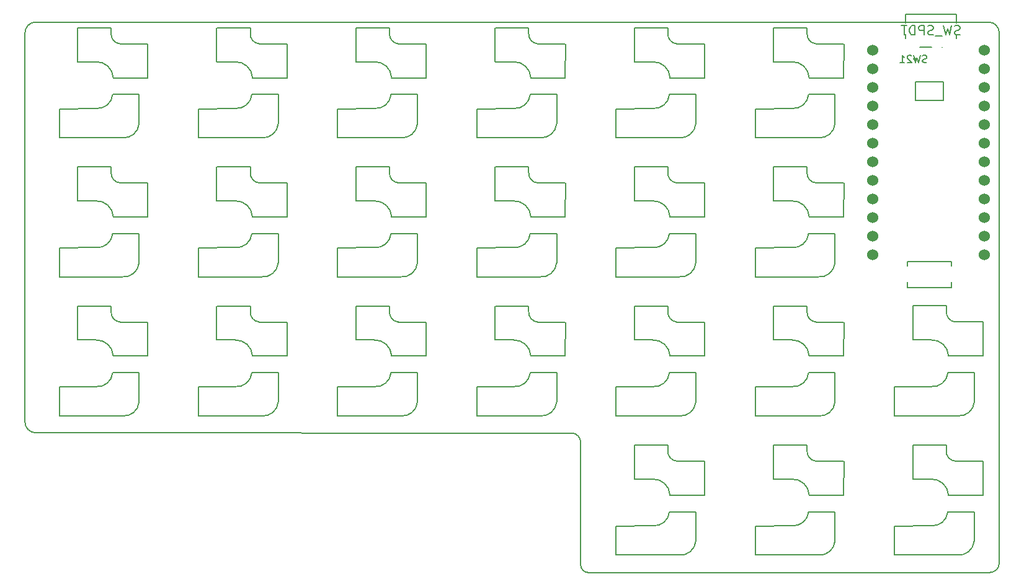
<source format=gbr>
G04 #@! TF.GenerationSoftware,KiCad,Pcbnew,(5.99.0-6672-g81c853438)*
G04 #@! TF.CreationDate,2020-11-14T00:53:03+00:00*
G04 #@! TF.ProjectId,helix,68656c69-782e-46b6-9963-61645f706362,rev?*
G04 #@! TF.SameCoordinates,Original*
G04 #@! TF.FileFunction,Legend,Bot*
G04 #@! TF.FilePolarity,Positive*
%FSLAX46Y46*%
G04 Gerber Fmt 4.6, Leading zero omitted, Abs format (unit mm)*
G04 Created by KiCad (PCBNEW (5.99.0-6672-g81c853438)) date 2020-11-14 00:53:03*
%MOMM*%
%LPD*%
G01*
G04 APERTURE LIST*
G04 #@! TA.AperFunction,Profile*
%ADD10C,0.150000*%
G04 #@! TD*
%ADD11C,0.150000*%
%ADD12C,0.250000*%
%ADD13C,1.524000*%
G04 APERTURE END LIST*
D10*
X222500000Y-112072000D02*
X222500000Y-39700000D01*
X89500000Y-92768000D02*
G75*
G03*
X91000000Y-94268000I1500000J0D01*
G01*
X91000000Y-94268000D02*
X164096000Y-94292000D01*
X164096000Y-94292000D02*
G75*
G02*
X165366000Y-95562000I0J-1270000D01*
G01*
X222500000Y-39700000D02*
G75*
G03*
X221039340Y-38158000I-1460660J79195D01*
G01*
X165366000Y-95562000D02*
X165366000Y-112326000D01*
X89500000Y-39658000D02*
X89500000Y-92768000D01*
X91000000Y-38158000D02*
G75*
G03*
X89500000Y-39658000I0J-1500000D01*
G01*
X166382000Y-113342000D02*
G75*
G02*
X165366000Y-112326000I0J1016000D01*
G01*
X222500000Y-112072000D02*
G75*
G02*
X221230000Y-113342000I-1270000J0D01*
G01*
X221039340Y-38158000D02*
X91000000Y-38158000D01*
X166382000Y-113342000D02*
X221230000Y-113342000D01*
D11*
X212607023Y-43654761D02*
X212464166Y-43702380D01*
X212226071Y-43702380D01*
X212130833Y-43654761D01*
X212083214Y-43607142D01*
X212035595Y-43511904D01*
X212035595Y-43416666D01*
X212083214Y-43321428D01*
X212130833Y-43273809D01*
X212226071Y-43226190D01*
X212416547Y-43178571D01*
X212511785Y-43130952D01*
X212559404Y-43083333D01*
X212607023Y-42988095D01*
X212607023Y-42892857D01*
X212559404Y-42797619D01*
X212511785Y-42750000D01*
X212416547Y-42702380D01*
X212178452Y-42702380D01*
X212035595Y-42750000D01*
X211702261Y-42702380D02*
X211464166Y-43702380D01*
X211273690Y-42988095D01*
X211083214Y-43702380D01*
X210845119Y-42702380D01*
X210511785Y-42797619D02*
X210464166Y-42750000D01*
X210368928Y-42702380D01*
X210130833Y-42702380D01*
X210035595Y-42750000D01*
X209987976Y-42797619D01*
X209940357Y-42892857D01*
X209940357Y-42988095D01*
X209987976Y-43130952D01*
X210559404Y-43702380D01*
X209940357Y-43702380D01*
X208987976Y-43702380D02*
X209559404Y-43702380D01*
X209273690Y-43702380D02*
X209273690Y-42702380D01*
X209368928Y-42845238D01*
X209464166Y-42940476D01*
X209559404Y-42988095D01*
X217130952Y-39864047D02*
X216949523Y-39924523D01*
X216647142Y-39924523D01*
X216526190Y-39864047D01*
X216465714Y-39803571D01*
X216405238Y-39682619D01*
X216405238Y-39561666D01*
X216465714Y-39440714D01*
X216526190Y-39380238D01*
X216647142Y-39319761D01*
X216889047Y-39259285D01*
X217010000Y-39198809D01*
X217070476Y-39138333D01*
X217130952Y-39017380D01*
X217130952Y-38896428D01*
X217070476Y-38775476D01*
X217010000Y-38715000D01*
X216889047Y-38654523D01*
X216586666Y-38654523D01*
X216405238Y-38715000D01*
X215981904Y-38654523D02*
X215679523Y-39924523D01*
X215437619Y-39017380D01*
X215195714Y-39924523D01*
X214893333Y-38654523D01*
X214711904Y-40045476D02*
X213744285Y-40045476D01*
X213502380Y-39864047D02*
X213320952Y-39924523D01*
X213018571Y-39924523D01*
X212897619Y-39864047D01*
X212837142Y-39803571D01*
X212776666Y-39682619D01*
X212776666Y-39561666D01*
X212837142Y-39440714D01*
X212897619Y-39380238D01*
X213018571Y-39319761D01*
X213260476Y-39259285D01*
X213381428Y-39198809D01*
X213441904Y-39138333D01*
X213502380Y-39017380D01*
X213502380Y-38896428D01*
X213441904Y-38775476D01*
X213381428Y-38715000D01*
X213260476Y-38654523D01*
X212958095Y-38654523D01*
X212776666Y-38715000D01*
X212232380Y-39924523D02*
X212232380Y-38654523D01*
X211748571Y-38654523D01*
X211627619Y-38715000D01*
X211567142Y-38775476D01*
X211506666Y-38896428D01*
X211506666Y-39077857D01*
X211567142Y-39198809D01*
X211627619Y-39259285D01*
X211748571Y-39319761D01*
X212232380Y-39319761D01*
X210962380Y-39924523D02*
X210962380Y-38654523D01*
X210660000Y-38654523D01*
X210478571Y-38715000D01*
X210357619Y-38835952D01*
X210297142Y-38956904D01*
X210236666Y-39198809D01*
X210236666Y-39380238D01*
X210297142Y-39622142D01*
X210357619Y-39743095D01*
X210478571Y-39864047D01*
X210660000Y-39924523D01*
X210962380Y-39924523D01*
X209873809Y-38654523D02*
X209148095Y-38654523D01*
X209510952Y-39924523D02*
X209510952Y-38654523D01*
X209950000Y-70900000D02*
X215950000Y-70900000D01*
X209950000Y-74400000D02*
X209950000Y-73700000D01*
X209950000Y-70900000D02*
X209950000Y-71500000D01*
X215950000Y-70900000D02*
X215950000Y-71500000D01*
X215950000Y-74400000D02*
X215950000Y-73700000D01*
X215950000Y-74400000D02*
X209950000Y-74400000D01*
X215950000Y-74400000D02*
X210050000Y-74400000D01*
X105085000Y-48054000D02*
X101475000Y-48054000D01*
X102485000Y-41133000D02*
X106260000Y-41133000D01*
X94185000Y-53962000D02*
X102810000Y-53962000D01*
X106260000Y-45758000D02*
X106284999Y-41158000D01*
X96685000Y-43558001D02*
X96685000Y-38958000D01*
X105085000Y-52008000D02*
X105085000Y-48063000D01*
X94185000Y-50054000D02*
X94185000Y-53962000D01*
X96710000Y-43583000D02*
X99260000Y-43583000D01*
X101265000Y-39658000D02*
X101265000Y-38958000D01*
X101560000Y-45783000D02*
X106260000Y-45783000D01*
X94185000Y-50008000D02*
X99235000Y-49962000D01*
X96710000Y-38933000D02*
X101260000Y-38933000D01*
X101265000Y-39708000D02*
G75*
G03*
X102485000Y-41128000I1320000J-100000D01*
G01*
X105074000Y-52078000D02*
G75*
G02*
X102810000Y-53962000I-2074000J190000D01*
G01*
X101469999Y-48078001D02*
G75*
G02*
X99210000Y-49958000I-2069999J190000D01*
G01*
X101555000Y-45758000D02*
G75*
G03*
X99185000Y-43588000I-2270000J-100000D01*
G01*
X115685000Y-43558001D02*
X115685000Y-38958000D01*
X121485000Y-41133000D02*
X125260000Y-41133000D01*
X120560000Y-45783000D02*
X125260000Y-45783000D01*
X113185000Y-53962000D02*
X121810000Y-53962000D01*
X113185000Y-50054000D02*
X113185000Y-53962000D01*
X113185000Y-50008000D02*
X118235000Y-49962000D01*
X125260000Y-45758000D02*
X125284999Y-41158000D01*
X120265000Y-39658000D02*
X120265000Y-38958000D01*
X124085000Y-52008000D02*
X124085000Y-48063000D01*
X124085000Y-48054000D02*
X120475000Y-48054000D01*
X115710000Y-43583000D02*
X118260000Y-43583000D01*
X115710000Y-38933000D02*
X120260000Y-38933000D01*
X120469999Y-48078001D02*
G75*
G02*
X118210000Y-49958000I-2069999J190000D01*
G01*
X120265000Y-39708000D02*
G75*
G03*
X121485000Y-41128000I1320000J-100000D01*
G01*
X124074000Y-52078000D02*
G75*
G02*
X121810000Y-53962000I-2074000J190000D01*
G01*
X120555000Y-45758000D02*
G75*
G03*
X118185000Y-43588000I-2270000J-100000D01*
G01*
X132185000Y-50008000D02*
X137235000Y-49962000D01*
X143085000Y-52008000D02*
X143085000Y-48063000D01*
X134685000Y-43558001D02*
X134685000Y-38958000D01*
X134710000Y-38933000D02*
X139260000Y-38933000D01*
X139560000Y-45783000D02*
X144260000Y-45783000D01*
X139265000Y-39658000D02*
X139265000Y-38958000D01*
X132185000Y-53962000D02*
X140810000Y-53962000D01*
X140485000Y-41133000D02*
X144260000Y-41133000D01*
X132185000Y-50054000D02*
X132185000Y-53962000D01*
X144260000Y-45758000D02*
X144284999Y-41158000D01*
X134710000Y-43583000D02*
X137260000Y-43583000D01*
X143085000Y-48054000D02*
X139475000Y-48054000D01*
X139555000Y-45758000D02*
G75*
G03*
X137185000Y-43588000I-2270000J-100000D01*
G01*
X139469999Y-48078001D02*
G75*
G02*
X137210000Y-49958000I-2069999J190000D01*
G01*
X139265000Y-39708000D02*
G75*
G03*
X140485000Y-41128000I1320000J-100000D01*
G01*
X143074000Y-52078000D02*
G75*
G02*
X140810000Y-53962000I-2074000J190000D01*
G01*
X158265000Y-39658000D02*
X158265000Y-38958000D01*
X153710000Y-38933000D02*
X158260000Y-38933000D01*
X151185000Y-53962000D02*
X159810000Y-53962000D01*
X158560000Y-45783000D02*
X163260000Y-45783000D01*
X159485000Y-41133000D02*
X163260000Y-41133000D01*
X162085000Y-52008000D02*
X162085000Y-48063000D01*
X162085000Y-48054000D02*
X158475000Y-48054000D01*
X153710000Y-43583000D02*
X156260000Y-43583000D01*
X151185000Y-50008000D02*
X156235000Y-49962000D01*
X153685000Y-43558001D02*
X153685000Y-38958000D01*
X163260000Y-45758000D02*
X163284999Y-41158000D01*
X151185000Y-50054000D02*
X151185000Y-53962000D01*
X158555000Y-45758000D02*
G75*
G03*
X156185000Y-43588000I-2270000J-100000D01*
G01*
X158265000Y-39708000D02*
G75*
G03*
X159485000Y-41128000I1320000J-100000D01*
G01*
X162074000Y-52078000D02*
G75*
G02*
X159810000Y-53962000I-2074000J190000D01*
G01*
X158469999Y-48078001D02*
G75*
G02*
X156210000Y-49958000I-2069999J190000D01*
G01*
X172685000Y-43558001D02*
X172685000Y-38958000D01*
X177560000Y-45783000D02*
X182260000Y-45783000D01*
X181085000Y-52008000D02*
X181085000Y-48063000D01*
X170185000Y-53962000D02*
X178810000Y-53962000D01*
X172710000Y-38933000D02*
X177260000Y-38933000D01*
X172710000Y-43583000D02*
X175260000Y-43583000D01*
X178485000Y-41133000D02*
X182260000Y-41133000D01*
X170185000Y-50054000D02*
X170185000Y-53962000D01*
X181085000Y-48054000D02*
X177475000Y-48054000D01*
X170185000Y-50008000D02*
X175235000Y-49962000D01*
X177265000Y-39658000D02*
X177265000Y-38958000D01*
X182260000Y-45758000D02*
X182284999Y-41158000D01*
X181074000Y-52078000D02*
G75*
G02*
X178810000Y-53962000I-2074000J190000D01*
G01*
X177469999Y-48078001D02*
G75*
G02*
X175210000Y-49958000I-2069999J190000D01*
G01*
X177265000Y-39708000D02*
G75*
G03*
X178485000Y-41128000I1320000J-100000D01*
G01*
X177555000Y-45758000D02*
G75*
G03*
X175185000Y-43588000I-2270000J-100000D01*
G01*
X191685000Y-43558001D02*
X191685000Y-38958000D01*
X201260000Y-45758000D02*
X201284999Y-41158000D01*
X189185000Y-50054000D02*
X189185000Y-53962000D01*
X191710000Y-38933000D02*
X196260000Y-38933000D01*
X200085000Y-52008000D02*
X200085000Y-48063000D01*
X196560000Y-45783000D02*
X201260000Y-45783000D01*
X189185000Y-50008000D02*
X194235000Y-49962000D01*
X200085000Y-48054000D02*
X196475000Y-48054000D01*
X196265000Y-39658000D02*
X196265000Y-38958000D01*
X197485000Y-41133000D02*
X201260000Y-41133000D01*
X191710000Y-43583000D02*
X194260000Y-43583000D01*
X189185000Y-53962000D02*
X197810000Y-53962000D01*
X200074000Y-52078000D02*
G75*
G02*
X197810000Y-53962000I-2074000J190000D01*
G01*
X196555000Y-45758000D02*
G75*
G03*
X194185000Y-43588000I-2270000J-100000D01*
G01*
X196469999Y-48078001D02*
G75*
G02*
X194210000Y-49958000I-2069999J190000D01*
G01*
X196265000Y-39708000D02*
G75*
G03*
X197485000Y-41128000I1320000J-100000D01*
G01*
X96685000Y-62558001D02*
X96685000Y-57958000D01*
X102485000Y-60133000D02*
X106260000Y-60133000D01*
X101560000Y-64783000D02*
X106260000Y-64783000D01*
X94185000Y-72962000D02*
X102810000Y-72962000D01*
X105085000Y-71008000D02*
X105085000Y-67063000D01*
X105085000Y-67054000D02*
X101475000Y-67054000D01*
X101265000Y-58658000D02*
X101265000Y-57958000D01*
X94185000Y-69008000D02*
X99235000Y-68962000D01*
X106260000Y-64758000D02*
X106284999Y-60158000D01*
X94185000Y-69054000D02*
X94185000Y-72962000D01*
X96710000Y-57933000D02*
X101260000Y-57933000D01*
X96710000Y-62583000D02*
X99260000Y-62583000D01*
X101555000Y-64758000D02*
G75*
G03*
X99185000Y-62588000I-2270000J-100000D01*
G01*
X101469999Y-67078001D02*
G75*
G02*
X99210000Y-68958000I-2069999J190000D01*
G01*
X101265000Y-58708000D02*
G75*
G03*
X102485000Y-60128000I1320000J-100000D01*
G01*
X105074000Y-71078000D02*
G75*
G02*
X102810000Y-72962000I-2074000J190000D01*
G01*
X113185000Y-69054000D02*
X113185000Y-72962000D01*
X120265000Y-58658000D02*
X120265000Y-57958000D01*
X120560000Y-64783000D02*
X125260000Y-64783000D01*
X115710000Y-62583000D02*
X118260000Y-62583000D01*
X113185000Y-72962000D02*
X121810000Y-72962000D01*
X125260000Y-64758000D02*
X125284999Y-60158000D01*
X121485000Y-60133000D02*
X125260000Y-60133000D01*
X115710000Y-57933000D02*
X120260000Y-57933000D01*
X124085000Y-71008000D02*
X124085000Y-67063000D01*
X124085000Y-67054000D02*
X120475000Y-67054000D01*
X115685000Y-62558001D02*
X115685000Y-57958000D01*
X113185000Y-69008000D02*
X118235000Y-68962000D01*
X120469999Y-67078001D02*
G75*
G02*
X118210000Y-68958000I-2069999J190000D01*
G01*
X120265000Y-58708000D02*
G75*
G03*
X121485000Y-60128000I1320000J-100000D01*
G01*
X120555000Y-64758000D02*
G75*
G03*
X118185000Y-62588000I-2270000J-100000D01*
G01*
X124074000Y-71078000D02*
G75*
G02*
X121810000Y-72962000I-2074000J190000D01*
G01*
X134710000Y-62583000D02*
X137260000Y-62583000D01*
X132185000Y-72962000D02*
X140810000Y-72962000D01*
X139265000Y-58658000D02*
X139265000Y-57958000D01*
X143085000Y-67054000D02*
X139475000Y-67054000D01*
X139560000Y-64783000D02*
X144260000Y-64783000D01*
X134685000Y-62558001D02*
X134685000Y-57958000D01*
X134710000Y-57933000D02*
X139260000Y-57933000D01*
X143085000Y-71008000D02*
X143085000Y-67063000D01*
X140485000Y-60133000D02*
X144260000Y-60133000D01*
X132185000Y-69008000D02*
X137235000Y-68962000D01*
X132185000Y-69054000D02*
X132185000Y-72962000D01*
X144260000Y-64758000D02*
X144284999Y-60158000D01*
X139555000Y-64758000D02*
G75*
G03*
X137185000Y-62588000I-2270000J-100000D01*
G01*
X139265000Y-58708000D02*
G75*
G03*
X140485000Y-60128000I1320000J-100000D01*
G01*
X143074000Y-71078000D02*
G75*
G02*
X140810000Y-72962000I-2074000J190000D01*
G01*
X139469999Y-67078001D02*
G75*
G02*
X137210000Y-68958000I-2069999J190000D01*
G01*
X162085000Y-71008000D02*
X162085000Y-67063000D01*
X151185000Y-72962000D02*
X159810000Y-72962000D01*
X151185000Y-69054000D02*
X151185000Y-72962000D01*
X153710000Y-57933000D02*
X158260000Y-57933000D01*
X163260000Y-64758000D02*
X163284999Y-60158000D01*
X158560000Y-64783000D02*
X163260000Y-64783000D01*
X162085000Y-67054000D02*
X158475000Y-67054000D01*
X153685000Y-62558001D02*
X153685000Y-57958000D01*
X158265000Y-58658000D02*
X158265000Y-57958000D01*
X159485000Y-60133000D02*
X163260000Y-60133000D01*
X151185000Y-69008000D02*
X156235000Y-68962000D01*
X153710000Y-62583000D02*
X156260000Y-62583000D01*
X158555000Y-64758000D02*
G75*
G03*
X156185000Y-62588000I-2270000J-100000D01*
G01*
X158469999Y-67078001D02*
G75*
G02*
X156210000Y-68958000I-2069999J190000D01*
G01*
X158265000Y-58708000D02*
G75*
G03*
X159485000Y-60128000I1320000J-100000D01*
G01*
X162074000Y-71078000D02*
G75*
G02*
X159810000Y-72962000I-2074000J190000D01*
G01*
X177560000Y-64783000D02*
X182260000Y-64783000D01*
X172685000Y-62558001D02*
X172685000Y-57958000D01*
X177265000Y-58658000D02*
X177265000Y-57958000D01*
X170185000Y-69054000D02*
X170185000Y-72962000D01*
X172710000Y-62583000D02*
X175260000Y-62583000D01*
X170185000Y-72962000D02*
X178810000Y-72962000D01*
X170185000Y-69008000D02*
X175235000Y-68962000D01*
X181085000Y-67054000D02*
X177475000Y-67054000D01*
X182260000Y-64758000D02*
X182284999Y-60158000D01*
X178485000Y-60133000D02*
X182260000Y-60133000D01*
X181085000Y-71008000D02*
X181085000Y-67063000D01*
X172710000Y-57933000D02*
X177260000Y-57933000D01*
X177555000Y-64758000D02*
G75*
G03*
X175185000Y-62588000I-2270000J-100000D01*
G01*
X177469999Y-67078001D02*
G75*
G02*
X175210000Y-68958000I-2069999J190000D01*
G01*
X181074000Y-71078000D02*
G75*
G02*
X178810000Y-72962000I-2074000J190000D01*
G01*
X177265000Y-58708000D02*
G75*
G03*
X178485000Y-60128000I1320000J-100000D01*
G01*
X189185000Y-72962000D02*
X197810000Y-72962000D01*
X197485000Y-60133000D02*
X201260000Y-60133000D01*
X200085000Y-71008000D02*
X200085000Y-67063000D01*
X196560000Y-64783000D02*
X201260000Y-64783000D01*
X189185000Y-69008000D02*
X194235000Y-68962000D01*
X191685000Y-62558001D02*
X191685000Y-57958000D01*
X200085000Y-67054000D02*
X196475000Y-67054000D01*
X196265000Y-58658000D02*
X196265000Y-57958000D01*
X189185000Y-69054000D02*
X189185000Y-72962000D01*
X191710000Y-62583000D02*
X194260000Y-62583000D01*
X191710000Y-57933000D02*
X196260000Y-57933000D01*
X201260000Y-64758000D02*
X201284999Y-60158000D01*
X196265000Y-58708000D02*
G75*
G03*
X197485000Y-60128000I1320000J-100000D01*
G01*
X200074000Y-71078000D02*
G75*
G02*
X197810000Y-72962000I-2074000J190000D01*
G01*
X196555000Y-64758000D02*
G75*
G03*
X194185000Y-62588000I-2270000J-100000D01*
G01*
X196469999Y-67078001D02*
G75*
G02*
X194210000Y-68958000I-2069999J190000D01*
G01*
X94185000Y-91962000D02*
X102810000Y-91962000D01*
X101265000Y-77658000D02*
X101265000Y-76958000D01*
X102485000Y-79133000D02*
X106260000Y-79133000D01*
X106260000Y-83758000D02*
X106284999Y-79158000D01*
X96710000Y-76933000D02*
X101260000Y-76933000D01*
X105085000Y-90008000D02*
X105085000Y-86063000D01*
X96710000Y-81583000D02*
X99260000Y-81583000D01*
X94185000Y-88008000D02*
X99235000Y-87962000D01*
X101560000Y-83783000D02*
X106260000Y-83783000D01*
X105085000Y-86054000D02*
X101475000Y-86054000D01*
X94185000Y-88054000D02*
X94185000Y-91962000D01*
X96685000Y-81558001D02*
X96685000Y-76958000D01*
X101469999Y-86078001D02*
G75*
G02*
X99210000Y-87958000I-2069999J190000D01*
G01*
X101265000Y-77708000D02*
G75*
G03*
X102485000Y-79128000I1320000J-100000D01*
G01*
X101555000Y-83758000D02*
G75*
G03*
X99185000Y-81588000I-2270000J-100000D01*
G01*
X105074000Y-90078000D02*
G75*
G02*
X102810000Y-91962000I-2074000J190000D01*
G01*
X115710000Y-81583000D02*
X118260000Y-81583000D01*
X115685000Y-81558001D02*
X115685000Y-76958000D01*
X121485000Y-79133000D02*
X125260000Y-79133000D01*
X120265000Y-77658000D02*
X120265000Y-76958000D01*
X120560000Y-83783000D02*
X125260000Y-83783000D01*
X113185000Y-91962000D02*
X121810000Y-91962000D01*
X115710000Y-76933000D02*
X120260000Y-76933000D01*
X124085000Y-90008000D02*
X124085000Y-86063000D01*
X113185000Y-88008000D02*
X118235000Y-87962000D01*
X125260000Y-83758000D02*
X125284999Y-79158000D01*
X124085000Y-86054000D02*
X120475000Y-86054000D01*
X113185000Y-88054000D02*
X113185000Y-91962000D01*
X120265000Y-77708000D02*
G75*
G03*
X121485000Y-79128000I1320000J-100000D01*
G01*
X120555000Y-83758000D02*
G75*
G03*
X118185000Y-81588000I-2270000J-100000D01*
G01*
X124074000Y-90078000D02*
G75*
G02*
X121810000Y-91962000I-2074000J190000D01*
G01*
X120469999Y-86078001D02*
G75*
G02*
X118210000Y-87958000I-2069999J190000D01*
G01*
X140485000Y-79133000D02*
X144260000Y-79133000D01*
X134685000Y-81558001D02*
X134685000Y-76958000D01*
X144260000Y-83758000D02*
X144284999Y-79158000D01*
X143085000Y-86054000D02*
X139475000Y-86054000D01*
X134710000Y-81583000D02*
X137260000Y-81583000D01*
X134710000Y-76933000D02*
X139260000Y-76933000D01*
X132185000Y-88008000D02*
X137235000Y-87962000D01*
X139265000Y-77658000D02*
X139265000Y-76958000D01*
X143085000Y-90008000D02*
X143085000Y-86063000D01*
X132185000Y-88054000D02*
X132185000Y-91962000D01*
X139560000Y-83783000D02*
X144260000Y-83783000D01*
X132185000Y-91962000D02*
X140810000Y-91962000D01*
X139555000Y-83758000D02*
G75*
G03*
X137185000Y-81588000I-2270000J-100000D01*
G01*
X139469999Y-86078001D02*
G75*
G02*
X137210000Y-87958000I-2069999J190000D01*
G01*
X143074000Y-90078000D02*
G75*
G02*
X140810000Y-91962000I-2074000J190000D01*
G01*
X139265000Y-77708000D02*
G75*
G03*
X140485000Y-79128000I1320000J-100000D01*
G01*
X162085000Y-90008000D02*
X162085000Y-86063000D01*
X158560000Y-83783000D02*
X163260000Y-83783000D01*
X153710000Y-76933000D02*
X158260000Y-76933000D01*
X153685000Y-81558001D02*
X153685000Y-76958000D01*
X158265000Y-77658000D02*
X158265000Y-76958000D01*
X153710000Y-81583000D02*
X156260000Y-81583000D01*
X151185000Y-88008000D02*
X156235000Y-87962000D01*
X151185000Y-88054000D02*
X151185000Y-91962000D01*
X162085000Y-86054000D02*
X158475000Y-86054000D01*
X159485000Y-79133000D02*
X163260000Y-79133000D01*
X163260000Y-83758000D02*
X163284999Y-79158000D01*
X151185000Y-91962000D02*
X159810000Y-91962000D01*
X162074000Y-90078000D02*
G75*
G02*
X159810000Y-91962000I-2074000J190000D01*
G01*
X158555000Y-83758000D02*
G75*
G03*
X156185000Y-81588000I-2270000J-100000D01*
G01*
X158265000Y-77708000D02*
G75*
G03*
X159485000Y-79128000I1320000J-100000D01*
G01*
X158469999Y-86078001D02*
G75*
G02*
X156210000Y-87958000I-2069999J190000D01*
G01*
X172710000Y-81583000D02*
X175260000Y-81583000D01*
X170185000Y-91962000D02*
X178810000Y-91962000D01*
X178485000Y-79133000D02*
X182260000Y-79133000D01*
X172685000Y-81558001D02*
X172685000Y-76958000D01*
X172710000Y-76933000D02*
X177260000Y-76933000D01*
X170185000Y-88008000D02*
X175235000Y-87962000D01*
X181085000Y-86054000D02*
X177475000Y-86054000D01*
X181085000Y-90008000D02*
X181085000Y-86063000D01*
X182260000Y-83758000D02*
X182284999Y-79158000D01*
X170185000Y-88054000D02*
X170185000Y-91962000D01*
X177560000Y-83783000D02*
X182260000Y-83783000D01*
X177265000Y-77658000D02*
X177265000Y-76958000D01*
X177265000Y-77708000D02*
G75*
G03*
X178485000Y-79128000I1320000J-100000D01*
G01*
X181074000Y-90078000D02*
G75*
G02*
X178810000Y-91962000I-2074000J190000D01*
G01*
X177555000Y-83758000D02*
G75*
G03*
X175185000Y-81588000I-2270000J-100000D01*
G01*
X177469999Y-86078001D02*
G75*
G02*
X175210000Y-87958000I-2069999J190000D01*
G01*
X191710000Y-76933000D02*
X196260000Y-76933000D01*
X197485000Y-79133000D02*
X201260000Y-79133000D01*
X189185000Y-88008000D02*
X194235000Y-87962000D01*
X200085000Y-90008000D02*
X200085000Y-86063000D01*
X191710000Y-81583000D02*
X194260000Y-81583000D01*
X200085000Y-86054000D02*
X196475000Y-86054000D01*
X201260000Y-83758000D02*
X201284999Y-79158000D01*
X191685000Y-81558001D02*
X191685000Y-76958000D01*
X189185000Y-91962000D02*
X197810000Y-91962000D01*
X196265000Y-77658000D02*
X196265000Y-76958000D01*
X196560000Y-83783000D02*
X201260000Y-83783000D01*
X189185000Y-88054000D02*
X189185000Y-91962000D01*
X196265000Y-77708000D02*
G75*
G03*
X197485000Y-79128000I1320000J-100000D01*
G01*
X200074000Y-90078000D02*
G75*
G02*
X197810000Y-91962000I-2074000J190000D01*
G01*
X196469999Y-86078001D02*
G75*
G02*
X194210000Y-87958000I-2069999J190000D01*
G01*
X196555000Y-83758000D02*
G75*
G03*
X194185000Y-81588000I-2270000J-100000D01*
G01*
X170185000Y-107008000D02*
X175235000Y-106962000D01*
X181085000Y-109008000D02*
X181085000Y-105063000D01*
X172685000Y-100558001D02*
X172685000Y-95958000D01*
X178485000Y-98133000D02*
X182260000Y-98133000D01*
X172710000Y-100583000D02*
X175260000Y-100583000D01*
X177265000Y-96658000D02*
X177265000Y-95958000D01*
X172710000Y-95933000D02*
X177260000Y-95933000D01*
X181085000Y-105054000D02*
X177475000Y-105054000D01*
X182260000Y-102758000D02*
X182284999Y-98158000D01*
X170185000Y-110962000D02*
X178810000Y-110962000D01*
X170185000Y-107054000D02*
X170185000Y-110962000D01*
X177560000Y-102783000D02*
X182260000Y-102783000D01*
X177555000Y-102758000D02*
G75*
G03*
X175185000Y-100588000I-2270000J-100000D01*
G01*
X177469999Y-105078001D02*
G75*
G02*
X175210000Y-106958000I-2069999J190000D01*
G01*
X177265000Y-96708000D02*
G75*
G03*
X178485000Y-98128000I1320000J-100000D01*
G01*
X181074000Y-109078000D02*
G75*
G02*
X178810000Y-110962000I-2074000J190000D01*
G01*
X191685000Y-100558001D02*
X191685000Y-95958000D01*
X200085000Y-105054000D02*
X196475000Y-105054000D01*
X197485000Y-98133000D02*
X201260000Y-98133000D01*
X189185000Y-107008000D02*
X194235000Y-106962000D01*
X189185000Y-110962000D02*
X197810000Y-110962000D01*
X201260000Y-102758000D02*
X201284999Y-98158000D01*
X200085000Y-109008000D02*
X200085000Y-105063000D01*
X196560000Y-102783000D02*
X201260000Y-102783000D01*
X191710000Y-100583000D02*
X194260000Y-100583000D01*
X196265000Y-96658000D02*
X196265000Y-95958000D01*
X191710000Y-95933000D02*
X196260000Y-95933000D01*
X189185000Y-107054000D02*
X189185000Y-110962000D01*
X196265000Y-96708000D02*
G75*
G03*
X197485000Y-98128000I1320000J-100000D01*
G01*
X196555000Y-102758000D02*
G75*
G03*
X194185000Y-100588000I-2270000J-100000D01*
G01*
X196469999Y-105078001D02*
G75*
G02*
X194210000Y-106958000I-2069999J190000D01*
G01*
X200074000Y-109078000D02*
G75*
G02*
X197810000Y-110962000I-2074000J190000D01*
G01*
X208185000Y-107054000D02*
X208185000Y-110962000D01*
X208185000Y-110962000D02*
X216810000Y-110962000D01*
X220260000Y-102758000D02*
X220284999Y-98158000D01*
X210685000Y-100558001D02*
X210685000Y-95958000D01*
X215560000Y-102783000D02*
X220260000Y-102783000D01*
X215265000Y-96658000D02*
X215265000Y-95958000D01*
X208185000Y-107008000D02*
X213235000Y-106962000D01*
X219085000Y-105054000D02*
X215475000Y-105054000D01*
X216485000Y-98133000D02*
X220260000Y-98133000D01*
X210710000Y-95933000D02*
X215260000Y-95933000D01*
X210710000Y-100583000D02*
X213260000Y-100583000D01*
X219085000Y-109008000D02*
X219085000Y-105063000D01*
X215265000Y-96708000D02*
G75*
G03*
X216485000Y-98128000I1320000J-100000D01*
G01*
X219074000Y-109078000D02*
G75*
G02*
X216810000Y-110962000I-2074000J190000D01*
G01*
X215555000Y-102758000D02*
G75*
G03*
X213185000Y-100588000I-2270000J-100000D01*
G01*
X215469999Y-105078001D02*
G75*
G02*
X213210000Y-106958000I-2069999J190000D01*
G01*
X214675000Y-41600000D02*
X214725000Y-41600000D01*
X209750000Y-37100000D02*
X209750000Y-38275000D01*
X216650000Y-39825000D02*
X216650000Y-40375000D01*
X211675000Y-41600000D02*
X213225000Y-41600000D01*
X209750000Y-39825000D02*
X209750000Y-40375000D01*
X216650000Y-37100000D02*
X216650000Y-38275000D01*
X209750000Y-37100000D02*
X216650000Y-37100000D01*
D12*
X211075000Y-43175000D02*
G75*
G03*
X211075000Y-43175000I-125000J0D01*
G01*
D11*
X210733000Y-76923000D02*
X215283000Y-76923000D01*
X215583000Y-83773000D02*
X220283000Y-83773000D01*
X219108000Y-86044000D02*
X215498000Y-86044000D01*
X210708000Y-81548001D02*
X210708000Y-76948000D01*
X210733000Y-81573000D02*
X213283000Y-81573000D01*
X208208000Y-91952000D02*
X216833000Y-91952000D01*
X208208000Y-88044000D02*
X208208000Y-91952000D01*
X208208000Y-87998000D02*
X213258000Y-87952000D01*
X215288000Y-77648000D02*
X215288000Y-76948000D01*
X220283000Y-83748000D02*
X220307999Y-79148000D01*
X216508000Y-79123000D02*
X220283000Y-79123000D01*
X219108000Y-89998000D02*
X219108000Y-86053000D01*
X215492999Y-86068001D02*
G75*
G02*
X213233000Y-87948000I-2069999J190000D01*
G01*
X215288000Y-77698000D02*
G75*
G03*
X216508000Y-79118000I1320000J-100000D01*
G01*
X215578000Y-83748000D02*
G75*
G03*
X213208000Y-81578000I-2270000J-100000D01*
G01*
X219097000Y-90068000D02*
G75*
G02*
X216833000Y-91952000I-2074000J190000D01*
G01*
X214905000Y-48870000D02*
X211095000Y-48870000D01*
X211095000Y-46330000D02*
X214905000Y-46330000D01*
X211095000Y-48870000D02*
X211095000Y-46330000D01*
X214905000Y-46330000D02*
X214905000Y-48870000D01*
D13*
X220461000Y-41968000D03*
X220461000Y-44508000D03*
X220461000Y-47048000D03*
X220461000Y-49588000D03*
X220461000Y-52128000D03*
X220461000Y-54668000D03*
X220461000Y-57208000D03*
X220461000Y-59748000D03*
X220461000Y-62288000D03*
X220461000Y-64828000D03*
X220461000Y-67368000D03*
X220461000Y-69908000D03*
X205221000Y-69908000D03*
X205221000Y-67368000D03*
X205221000Y-64828000D03*
X205221000Y-62288000D03*
X205221000Y-59748000D03*
X205221000Y-57208000D03*
X205221000Y-54668000D03*
X205221000Y-52128000D03*
X205221000Y-49588000D03*
X205221000Y-47048000D03*
X205221000Y-44508000D03*
X205221000Y-41968000D03*
M02*

</source>
